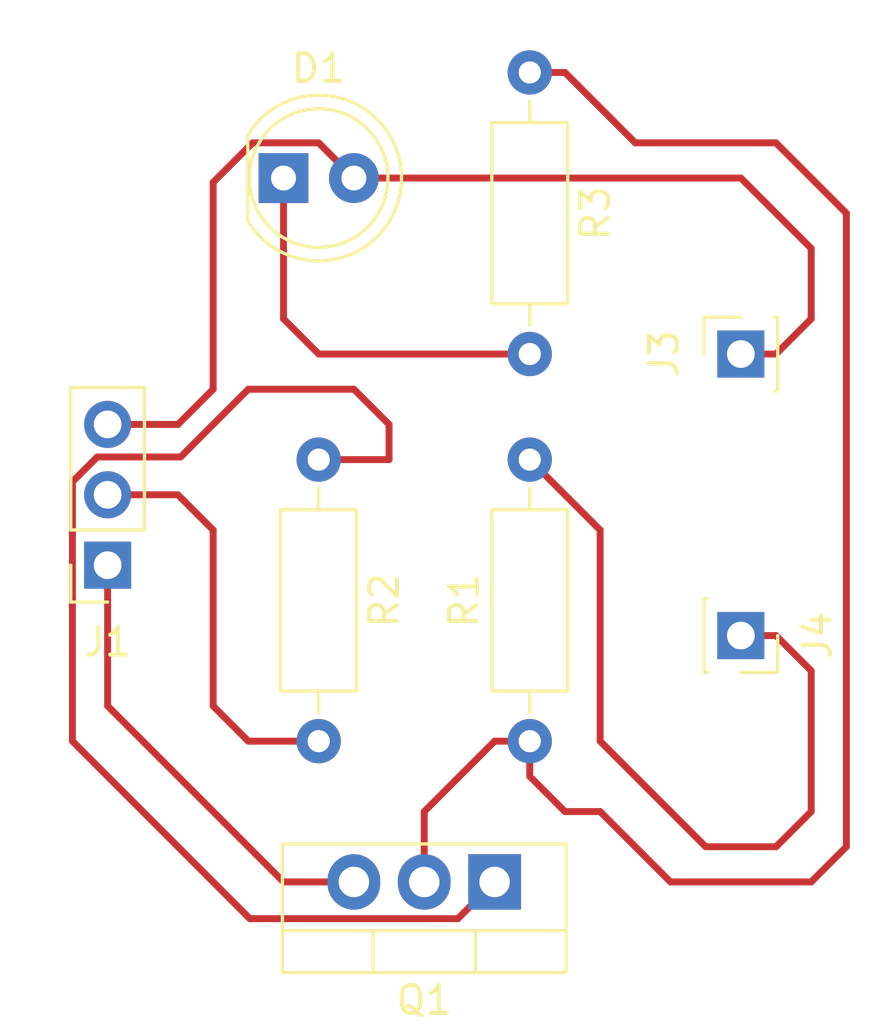
<source format=kicad_pcb>
(kicad_pcb (version 20171130) (host pcbnew "(5.1.8)-1")

  (general
    (thickness 1.6)
    (drawings 7)
    (tracks 56)
    (zones 0)
    (modules 8)
    (nets 8)
  )

  (page A4)
  (layers
    (0 F.Cu signal)
    (31 B.Cu signal)
    (32 B.Adhes user)
    (33 F.Adhes user)
    (34 B.Paste user)
    (35 F.Paste user)
    (36 B.SilkS user)
    (37 F.SilkS user)
    (38 B.Mask user)
    (39 F.Mask user)
    (40 Dwgs.User user)
    (41 Cmts.User user)
    (42 Eco1.User user)
    (43 Eco2.User user)
    (44 Edge.Cuts user)
    (45 Margin user)
    (46 B.CrtYd user)
    (47 F.CrtYd user)
    (48 B.Fab user)
    (49 F.Fab user)
  )

  (setup
    (last_trace_width 0.25)
    (trace_clearance 0.2)
    (zone_clearance 0.508)
    (zone_45_only no)
    (trace_min 0.2)
    (via_size 0.8)
    (via_drill 0.4)
    (via_min_size 0.4)
    (via_min_drill 0.3)
    (uvia_size 0.3)
    (uvia_drill 0.1)
    (uvias_allowed no)
    (uvia_min_size 0.2)
    (uvia_min_drill 0.1)
    (edge_width 0.05)
    (segment_width 0.2)
    (pcb_text_width 0.3)
    (pcb_text_size 1.5 1.5)
    (mod_edge_width 0.12)
    (mod_text_size 1 1)
    (mod_text_width 0.15)
    (pad_size 10.16 10.16)
    (pad_drill 6.1)
    (pad_to_mask_clearance 0)
    (aux_axis_origin 0 0)
    (visible_elements FFFFFF7F)
    (pcbplotparams
      (layerselection 0x010fc_ffffffff)
      (usegerberextensions false)
      (usegerberattributes true)
      (usegerberadvancedattributes true)
      (creategerberjobfile true)
      (excludeedgelayer true)
      (linewidth 0.100000)
      (plotframeref false)
      (viasonmask false)
      (mode 1)
      (useauxorigin false)
      (hpglpennumber 1)
      (hpglpenspeed 20)
      (hpglpendiameter 15.000000)
      (psnegative false)
      (psa4output false)
      (plotreference true)
      (plotvalue true)
      (plotinvisibletext false)
      (padsonsilk false)
      (subtractmaskfromsilk false)
      (outputformat 1)
      (mirror false)
      (drillshape 1)
      (scaleselection 1)
      (outputdirectory ""))
  )

  (net 0 "")
  (net 1 "Net-(D1-Pad1)")
  (net 2 "Net-(D1-Pad2)")
  (net 3 "Net-(J1-Pad1)")
  (net 4 "Net-(J1-Pad2)")
  (net 5 "Net-(J4-Pad1)")
  (net 6 "Net-(Q1-Pad1)")
  (net 7 "Net-(Q1-Pad2)")

  (net_class Default "This is the default net class."
    (clearance 0.2)
    (trace_width 0.25)
    (via_dia 0.8)
    (via_drill 0.4)
    (uvia_dia 0.3)
    (uvia_drill 0.1)
    (add_net "Net-(D1-Pad1)")
    (add_net "Net-(D1-Pad2)")
    (add_net "Net-(J1-Pad1)")
    (add_net "Net-(J1-Pad2)")
    (add_net "Net-(J4-Pad1)")
    (add_net "Net-(Q1-Pad1)")
    (add_net "Net-(Q1-Pad2)")
  )

  (module LED_THT:LED_D5.0mm (layer F.Cu) (tedit 5995936A) (tstamp 60152F31)
    (at 119.38 73.66)
    (descr "LED, diameter 5.0mm, 2 pins, http://cdn-reichelt.de/documents/datenblatt/A500/LL-504BC2E-009.pdf")
    (tags "LED diameter 5.0mm 2 pins")
    (path /6019350F)
    (fp_text reference D1 (at 1.27 -3.96) (layer F.SilkS)
      (effects (font (size 1 1) (thickness 0.15)))
    )
    (fp_text value LED (at 1.27 3.96) (layer F.Fab)
      (effects (font (size 1 1) (thickness 0.15)))
    )
    (fp_line (start 4.5 -3.25) (end -1.95 -3.25) (layer F.CrtYd) (width 0.05))
    (fp_line (start 4.5 3.25) (end 4.5 -3.25) (layer F.CrtYd) (width 0.05))
    (fp_line (start -1.95 3.25) (end 4.5 3.25) (layer F.CrtYd) (width 0.05))
    (fp_line (start -1.95 -3.25) (end -1.95 3.25) (layer F.CrtYd) (width 0.05))
    (fp_line (start -1.29 -1.545) (end -1.29 1.545) (layer F.SilkS) (width 0.12))
    (fp_line (start -1.23 -1.469694) (end -1.23 1.469694) (layer F.Fab) (width 0.1))
    (fp_circle (center 1.27 0) (end 3.77 0) (layer F.SilkS) (width 0.12))
    (fp_circle (center 1.27 0) (end 3.77 0) (layer F.Fab) (width 0.1))
    (fp_arc (start 1.27 0) (end -1.23 -1.469694) (angle 299.1) (layer F.Fab) (width 0.1))
    (fp_arc (start 1.27 0) (end -1.29 -1.54483) (angle 148.9) (layer F.SilkS) (width 0.12))
    (fp_arc (start 1.27 0) (end -1.29 1.54483) (angle -148.9) (layer F.SilkS) (width 0.12))
    (fp_text user %R (at 1.25 0) (layer F.Fab)
      (effects (font (size 0.8 0.8) (thickness 0.2)))
    )
    (pad 1 thru_hole rect (at 0 0) (size 1.8 1.8) (drill 0.9) (layers *.Cu *.Mask)
      (net 1 "Net-(D1-Pad1)"))
    (pad 2 thru_hole circle (at 2.54 0) (size 1.8 1.8) (drill 0.9) (layers *.Cu *.Mask)
      (net 2 "Net-(D1-Pad2)"))
    (model ${KISYS3DMOD}/LED_THT.3dshapes/LED_D5.0mm.wrl
      (at (xyz 0 0 0))
      (scale (xyz 1 1 1))
      (rotate (xyz 0 0 0))
    )
  )

  (module Package_TO_SOT_THT:TO-220-3_Vertical (layer F.Cu) (tedit 5AC8BA0D) (tstamp 60152F75)
    (at 127 99.06 180)
    (descr "TO-220-3, Vertical, RM 2.54mm, see https://www.vishay.com/docs/66542/to-220-1.pdf")
    (tags "TO-220-3 Vertical RM 2.54mm")
    (path /60199B13)
    (fp_text reference Q1 (at 2.54 -4.27) (layer F.SilkS)
      (effects (font (size 1 1) (thickness 0.15)))
    )
    (fp_text value BUZ11 (at 2.54 2.5) (layer F.Fab)
      (effects (font (size 1 1) (thickness 0.15)))
    )
    (fp_line (start 7.79 -3.4) (end -2.71 -3.4) (layer F.CrtYd) (width 0.05))
    (fp_line (start 7.79 1.51) (end 7.79 -3.4) (layer F.CrtYd) (width 0.05))
    (fp_line (start -2.71 1.51) (end 7.79 1.51) (layer F.CrtYd) (width 0.05))
    (fp_line (start -2.71 -3.4) (end -2.71 1.51) (layer F.CrtYd) (width 0.05))
    (fp_line (start 4.391 -3.27) (end 4.391 -1.76) (layer F.SilkS) (width 0.12))
    (fp_line (start 0.69 -3.27) (end 0.69 -1.76) (layer F.SilkS) (width 0.12))
    (fp_line (start -2.58 -1.76) (end 7.66 -1.76) (layer F.SilkS) (width 0.12))
    (fp_line (start 7.66 -3.27) (end 7.66 1.371) (layer F.SilkS) (width 0.12))
    (fp_line (start -2.58 -3.27) (end -2.58 1.371) (layer F.SilkS) (width 0.12))
    (fp_line (start -2.58 1.371) (end 7.66 1.371) (layer F.SilkS) (width 0.12))
    (fp_line (start -2.58 -3.27) (end 7.66 -3.27) (layer F.SilkS) (width 0.12))
    (fp_line (start 4.39 -3.15) (end 4.39 -1.88) (layer F.Fab) (width 0.1))
    (fp_line (start 0.69 -3.15) (end 0.69 -1.88) (layer F.Fab) (width 0.1))
    (fp_line (start -2.46 -1.88) (end 7.54 -1.88) (layer F.Fab) (width 0.1))
    (fp_line (start 7.54 -3.15) (end -2.46 -3.15) (layer F.Fab) (width 0.1))
    (fp_line (start 7.54 1.25) (end 7.54 -3.15) (layer F.Fab) (width 0.1))
    (fp_line (start -2.46 1.25) (end 7.54 1.25) (layer F.Fab) (width 0.1))
    (fp_line (start -2.46 -3.15) (end -2.46 1.25) (layer F.Fab) (width 0.1))
    (fp_text user %R (at 2.54 -4.27) (layer F.Fab)
      (effects (font (size 1 1) (thickness 0.15)))
    )
    (pad 1 thru_hole rect (at 0 0 180) (size 1.905 2) (drill 1.1) (layers *.Cu *.Mask)
      (net 6 "Net-(Q1-Pad1)"))
    (pad 2 thru_hole oval (at 2.54 0 180) (size 1.905 2) (drill 1.1) (layers *.Cu *.Mask)
      (net 7 "Net-(Q1-Pad2)"))
    (pad 3 thru_hole oval (at 5.08 0 180) (size 1.905 2) (drill 1.1) (layers *.Cu *.Mask)
      (net 3 "Net-(J1-Pad1)"))
    (model ${KISYS3DMOD}/Package_TO_SOT_THT.3dshapes/TO-220-3_Vertical.wrl
      (at (xyz 0 0 0))
      (scale (xyz 1 1 1))
      (rotate (xyz 0 0 0))
    )
  )

  (module Resistor_THT:R_Axial_DIN0207_L6.3mm_D2.5mm_P10.16mm_Horizontal (layer F.Cu) (tedit 5AE5139B) (tstamp 60152F8C)
    (at 128.27 93.98 90)
    (descr "Resistor, Axial_DIN0207 series, Axial, Horizontal, pin pitch=10.16mm, 0.25W = 1/4W, length*diameter=6.3*2.5mm^2, http://cdn-reichelt.de/documents/datenblatt/B400/1_4W%23YAG.pdf")
    (tags "Resistor Axial_DIN0207 series Axial Horizontal pin pitch 10.16mm 0.25W = 1/4W length 6.3mm diameter 2.5mm")
    (path /60111740)
    (fp_text reference R1 (at 5.08 -2.37 90) (layer F.SilkS)
      (effects (font (size 1 1) (thickness 0.15)))
    )
    (fp_text value 8 (at 5.08 2.37 90) (layer F.Fab)
      (effects (font (size 1 1) (thickness 0.15)))
    )
    (fp_line (start 11.21 -1.5) (end -1.05 -1.5) (layer F.CrtYd) (width 0.05))
    (fp_line (start 11.21 1.5) (end 11.21 -1.5) (layer F.CrtYd) (width 0.05))
    (fp_line (start -1.05 1.5) (end 11.21 1.5) (layer F.CrtYd) (width 0.05))
    (fp_line (start -1.05 -1.5) (end -1.05 1.5) (layer F.CrtYd) (width 0.05))
    (fp_line (start 9.12 0) (end 8.35 0) (layer F.SilkS) (width 0.12))
    (fp_line (start 1.04 0) (end 1.81 0) (layer F.SilkS) (width 0.12))
    (fp_line (start 8.35 -1.37) (end 1.81 -1.37) (layer F.SilkS) (width 0.12))
    (fp_line (start 8.35 1.37) (end 8.35 -1.37) (layer F.SilkS) (width 0.12))
    (fp_line (start 1.81 1.37) (end 8.35 1.37) (layer F.SilkS) (width 0.12))
    (fp_line (start 1.81 -1.37) (end 1.81 1.37) (layer F.SilkS) (width 0.12))
    (fp_line (start 10.16 0) (end 8.23 0) (layer F.Fab) (width 0.1))
    (fp_line (start 0 0) (end 1.93 0) (layer F.Fab) (width 0.1))
    (fp_line (start 8.23 -1.25) (end 1.93 -1.25) (layer F.Fab) (width 0.1))
    (fp_line (start 8.23 1.25) (end 8.23 -1.25) (layer F.Fab) (width 0.1))
    (fp_line (start 1.93 1.25) (end 8.23 1.25) (layer F.Fab) (width 0.1))
    (fp_line (start 1.93 -1.25) (end 1.93 1.25) (layer F.Fab) (width 0.1))
    (fp_text user %R (at 5.08 0 90) (layer F.Fab)
      (effects (font (size 1 1) (thickness 0.15)))
    )
    (pad 1 thru_hole circle (at 0 0 90) (size 1.6 1.6) (drill 0.8) (layers *.Cu *.Mask)
      (net 7 "Net-(Q1-Pad2)"))
    (pad 2 thru_hole oval (at 10.16 0 90) (size 1.6 1.6) (drill 0.8) (layers *.Cu *.Mask)
      (net 5 "Net-(J4-Pad1)"))
    (model ${KISYS3DMOD}/Resistor_THT.3dshapes/R_Axial_DIN0207_L6.3mm_D2.5mm_P10.16mm_Horizontal.wrl
      (at (xyz 0 0 0))
      (scale (xyz 1 1 1))
      (rotate (xyz 0 0 0))
    )
  )

  (module Resistor_THT:R_Axial_DIN0207_L6.3mm_D2.5mm_P10.16mm_Horizontal (layer F.Cu) (tedit 5AE5139B) (tstamp 60152FA3)
    (at 120.65 83.82 270)
    (descr "Resistor, Axial_DIN0207 series, Axial, Horizontal, pin pitch=10.16mm, 0.25W = 1/4W, length*diameter=6.3*2.5mm^2, http://cdn-reichelt.de/documents/datenblatt/B400/1_4W%23YAG.pdf")
    (tags "Resistor Axial_DIN0207 series Axial Horizontal pin pitch 10.16mm 0.25W = 1/4W length 6.3mm diameter 2.5mm")
    (path /601906AE)
    (fp_text reference R2 (at 5.08 -2.37 90) (layer F.SilkS)
      (effects (font (size 1 1) (thickness 0.15)))
    )
    (fp_text value 68 (at 5.08 2.37 90) (layer F.Fab)
      (effects (font (size 1 1) (thickness 0.15)))
    )
    (fp_text user %R (at 5.08 0 90) (layer F.Fab)
      (effects (font (size 1 1) (thickness 0.15)))
    )
    (fp_line (start 1.93 -1.25) (end 1.93 1.25) (layer F.Fab) (width 0.1))
    (fp_line (start 1.93 1.25) (end 8.23 1.25) (layer F.Fab) (width 0.1))
    (fp_line (start 8.23 1.25) (end 8.23 -1.25) (layer F.Fab) (width 0.1))
    (fp_line (start 8.23 -1.25) (end 1.93 -1.25) (layer F.Fab) (width 0.1))
    (fp_line (start 0 0) (end 1.93 0) (layer F.Fab) (width 0.1))
    (fp_line (start 10.16 0) (end 8.23 0) (layer F.Fab) (width 0.1))
    (fp_line (start 1.81 -1.37) (end 1.81 1.37) (layer F.SilkS) (width 0.12))
    (fp_line (start 1.81 1.37) (end 8.35 1.37) (layer F.SilkS) (width 0.12))
    (fp_line (start 8.35 1.37) (end 8.35 -1.37) (layer F.SilkS) (width 0.12))
    (fp_line (start 8.35 -1.37) (end 1.81 -1.37) (layer F.SilkS) (width 0.12))
    (fp_line (start 1.04 0) (end 1.81 0) (layer F.SilkS) (width 0.12))
    (fp_line (start 9.12 0) (end 8.35 0) (layer F.SilkS) (width 0.12))
    (fp_line (start -1.05 -1.5) (end -1.05 1.5) (layer F.CrtYd) (width 0.05))
    (fp_line (start -1.05 1.5) (end 11.21 1.5) (layer F.CrtYd) (width 0.05))
    (fp_line (start 11.21 1.5) (end 11.21 -1.5) (layer F.CrtYd) (width 0.05))
    (fp_line (start 11.21 -1.5) (end -1.05 -1.5) (layer F.CrtYd) (width 0.05))
    (pad 2 thru_hole oval (at 10.16 0 270) (size 1.6 1.6) (drill 0.8) (layers *.Cu *.Mask)
      (net 4 "Net-(J1-Pad2)"))
    (pad 1 thru_hole circle (at 0 0 270) (size 1.6 1.6) (drill 0.8) (layers *.Cu *.Mask)
      (net 6 "Net-(Q1-Pad1)"))
    (model ${KISYS3DMOD}/Resistor_THT.3dshapes/R_Axial_DIN0207_L6.3mm_D2.5mm_P10.16mm_Horizontal.wrl
      (at (xyz 0 0 0))
      (scale (xyz 1 1 1))
      (rotate (xyz 0 0 0))
    )
  )

  (module Resistor_THT:R_Axial_DIN0207_L6.3mm_D2.5mm_P10.16mm_Horizontal (layer F.Cu) (tedit 5AE5139B) (tstamp 60152FBA)
    (at 128.27 69.85 270)
    (descr "Resistor, Axial_DIN0207 series, Axial, Horizontal, pin pitch=10.16mm, 0.25W = 1/4W, length*diameter=6.3*2.5mm^2, http://cdn-reichelt.de/documents/datenblatt/B400/1_4W%23YAG.pdf")
    (tags "Resistor Axial_DIN0207 series Axial Horizontal pin pitch 10.16mm 0.25W = 1/4W length 6.3mm diameter 2.5mm")
    (path /601959D9)
    (fp_text reference R3 (at 5.08 -2.37 90) (layer F.SilkS)
      (effects (font (size 1 1) (thickness 0.15)))
    )
    (fp_text value 1000 (at 5.08 2.37 90) (layer F.Fab)
      (effects (font (size 1 1) (thickness 0.15)))
    )
    (fp_line (start 11.21 -1.5) (end -1.05 -1.5) (layer F.CrtYd) (width 0.05))
    (fp_line (start 11.21 1.5) (end 11.21 -1.5) (layer F.CrtYd) (width 0.05))
    (fp_line (start -1.05 1.5) (end 11.21 1.5) (layer F.CrtYd) (width 0.05))
    (fp_line (start -1.05 -1.5) (end -1.05 1.5) (layer F.CrtYd) (width 0.05))
    (fp_line (start 9.12 0) (end 8.35 0) (layer F.SilkS) (width 0.12))
    (fp_line (start 1.04 0) (end 1.81 0) (layer F.SilkS) (width 0.12))
    (fp_line (start 8.35 -1.37) (end 1.81 -1.37) (layer F.SilkS) (width 0.12))
    (fp_line (start 8.35 1.37) (end 8.35 -1.37) (layer F.SilkS) (width 0.12))
    (fp_line (start 1.81 1.37) (end 8.35 1.37) (layer F.SilkS) (width 0.12))
    (fp_line (start 1.81 -1.37) (end 1.81 1.37) (layer F.SilkS) (width 0.12))
    (fp_line (start 10.16 0) (end 8.23 0) (layer F.Fab) (width 0.1))
    (fp_line (start 0 0) (end 1.93 0) (layer F.Fab) (width 0.1))
    (fp_line (start 8.23 -1.25) (end 1.93 -1.25) (layer F.Fab) (width 0.1))
    (fp_line (start 8.23 1.25) (end 8.23 -1.25) (layer F.Fab) (width 0.1))
    (fp_line (start 1.93 1.25) (end 8.23 1.25) (layer F.Fab) (width 0.1))
    (fp_line (start 1.93 -1.25) (end 1.93 1.25) (layer F.Fab) (width 0.1))
    (fp_text user %R (at 5.08 0 90) (layer F.Fab)
      (effects (font (size 1 1) (thickness 0.15)))
    )
    (pad 1 thru_hole circle (at 0 0 270) (size 1.6 1.6) (drill 0.8) (layers *.Cu *.Mask)
      (net 7 "Net-(Q1-Pad2)"))
    (pad 2 thru_hole oval (at 10.16 0 270) (size 1.6 1.6) (drill 0.8) (layers *.Cu *.Mask)
      (net 1 "Net-(D1-Pad1)"))
    (model ${KISYS3DMOD}/Resistor_THT.3dshapes/R_Axial_DIN0207_L6.3mm_D2.5mm_P10.16mm_Horizontal.wrl
      (at (xyz 0 0 0))
      (scale (xyz 1 1 1))
      (rotate (xyz 0 0 0))
    )
  )

  (module Connector_PinSocket_2.54mm:PinSocket_1x03_P2.54mm_Vertical (layer F.Cu) (tedit 5A19A429) (tstamp 601682FF)
    (at 113.03 87.63 180)
    (descr "Through hole straight socket strip, 1x03, 2.54mm pitch, single row (from Kicad 4.0.7), script generated")
    (tags "Through hole socket strip THT 1x03 2.54mm single row")
    (path /601B0146)
    (fp_text reference J1 (at 0 -2.77) (layer F.SilkS)
      (effects (font (size 1 1) (thickness 0.15)))
    )
    (fp_text value Screw_Terminal_01x03 (at -2.54 11.43 90) (layer F.Fab)
      (effects (font (size 1 1) (thickness 0.15)))
    )
    (fp_line (start -1.8 6.85) (end -1.8 -1.8) (layer F.CrtYd) (width 0.05))
    (fp_line (start 1.75 6.85) (end -1.8 6.85) (layer F.CrtYd) (width 0.05))
    (fp_line (start 1.75 -1.8) (end 1.75 6.85) (layer F.CrtYd) (width 0.05))
    (fp_line (start -1.8 -1.8) (end 1.75 -1.8) (layer F.CrtYd) (width 0.05))
    (fp_line (start 0 -1.33) (end 1.33 -1.33) (layer F.SilkS) (width 0.12))
    (fp_line (start 1.33 -1.33) (end 1.33 0) (layer F.SilkS) (width 0.12))
    (fp_line (start 1.33 1.27) (end 1.33 6.41) (layer F.SilkS) (width 0.12))
    (fp_line (start -1.33 6.41) (end 1.33 6.41) (layer F.SilkS) (width 0.12))
    (fp_line (start -1.33 1.27) (end -1.33 6.41) (layer F.SilkS) (width 0.12))
    (fp_line (start -1.33 1.27) (end 1.33 1.27) (layer F.SilkS) (width 0.12))
    (fp_line (start -1.27 6.35) (end -1.27 -1.27) (layer F.Fab) (width 0.1))
    (fp_line (start 1.27 6.35) (end -1.27 6.35) (layer F.Fab) (width 0.1))
    (fp_line (start 1.27 -0.635) (end 1.27 6.35) (layer F.Fab) (width 0.1))
    (fp_line (start 0.635 -1.27) (end 1.27 -0.635) (layer F.Fab) (width 0.1))
    (fp_line (start -1.27 -1.27) (end 0.635 -1.27) (layer F.Fab) (width 0.1))
    (fp_text user %R (at 0 2.54 90) (layer F.Fab)
      (effects (font (size 1 1) (thickness 0.15)))
    )
    (pad 1 thru_hole rect (at 0 0 180) (size 1.7 1.7) (drill 1) (layers *.Cu *.Mask)
      (net 3 "Net-(J1-Pad1)"))
    (pad 2 thru_hole oval (at 0 2.54 180) (size 1.7 1.7) (drill 1) (layers *.Cu *.Mask)
      (net 4 "Net-(J1-Pad2)"))
    (pad 3 thru_hole oval (at 0 5.08 180) (size 1.7 1.7) (drill 1) (layers *.Cu *.Mask)
      (net 2 "Net-(D1-Pad2)"))
    (model ${KISYS3DMOD}/Connector_PinSocket_2.54mm.3dshapes/PinSocket_1x03_P2.54mm_Vertical.wrl
      (at (xyz 0 0 0))
      (scale (xyz 1 1 1))
      (rotate (xyz 0 0 0))
    )
  )

  (module Connector_PinSocket_2.54mm:PinSocket_1x01_P2.54mm_Vertical (layer F.Cu) (tedit 5A19A434) (tstamp 60168315)
    (at 135.89 80.01 90)
    (descr "Through hole straight socket strip, 1x01, 2.54mm pitch, single row (from Kicad 4.0.7), script generated")
    (tags "Through hole socket strip THT 1x01 2.54mm single row")
    (path /6018A2FD)
    (fp_text reference J3 (at 0 -2.77 90) (layer F.SilkS)
      (effects (font (size 1 1) (thickness 0.15)))
    )
    (fp_text value Screw_Terminal_01x01 (at 0 2.77 90) (layer F.Fab)
      (effects (font (size 1 1) (thickness 0.15)))
    )
    (fp_line (start -1.8 1.75) (end -1.8 -1.8) (layer F.CrtYd) (width 0.05))
    (fp_line (start 1.75 1.75) (end -1.8 1.75) (layer F.CrtYd) (width 0.05))
    (fp_line (start 1.75 -1.8) (end 1.75 1.75) (layer F.CrtYd) (width 0.05))
    (fp_line (start -1.8 -1.8) (end 1.75 -1.8) (layer F.CrtYd) (width 0.05))
    (fp_line (start 0 -1.33) (end 1.33 -1.33) (layer F.SilkS) (width 0.12))
    (fp_line (start 1.33 -1.33) (end 1.33 0) (layer F.SilkS) (width 0.12))
    (fp_line (start 1.33 1.21) (end 1.33 1.33) (layer F.SilkS) (width 0.12))
    (fp_line (start -1.33 1.21) (end -1.33 1.33) (layer F.SilkS) (width 0.12))
    (fp_line (start -1.33 1.33) (end 1.33 1.33) (layer F.SilkS) (width 0.12))
    (fp_line (start -1.27 1.27) (end -1.27 -1.27) (layer F.Fab) (width 0.1))
    (fp_line (start 1.27 1.27) (end -1.27 1.27) (layer F.Fab) (width 0.1))
    (fp_line (start 1.27 -0.635) (end 1.27 1.27) (layer F.Fab) (width 0.1))
    (fp_line (start 0.635 -1.27) (end 1.27 -0.635) (layer F.Fab) (width 0.1))
    (fp_line (start -1.27 -1.27) (end 0.635 -1.27) (layer F.Fab) (width 0.1))
    (fp_text user %R (at 0 0 90) (layer F.Fab)
      (effects (font (size 1 1) (thickness 0.15)))
    )
    (pad 1 thru_hole rect (at 0 0 90) (size 1.7 1.7) (drill 1) (layers *.Cu *.Mask)
      (net 2 "Net-(D1-Pad2)"))
    (model ${KISYS3DMOD}/Connector_PinSocket_2.54mm.3dshapes/PinSocket_1x01_P2.54mm_Vertical.wrl
      (at (xyz 0 0 0))
      (scale (xyz 1 1 1))
      (rotate (xyz 0 0 0))
    )
  )

  (module Connector_PinSocket_2.54mm:PinSocket_1x01_P2.54mm_Vertical (layer F.Cu) (tedit 5A19A434) (tstamp 60168328)
    (at 135.89 90.17 270)
    (descr "Through hole straight socket strip, 1x01, 2.54mm pitch, single row (from Kicad 4.0.7), script generated")
    (tags "Through hole socket strip THT 1x01 2.54mm single row")
    (path /6018AD67)
    (fp_text reference J4 (at 0 -2.77 90) (layer F.SilkS)
      (effects (font (size 1 1) (thickness 0.15)))
    )
    (fp_text value Screw_Terminal_01x01 (at 0 2.77 90) (layer F.Fab)
      (effects (font (size 1 1) (thickness 0.15)))
    )
    (fp_text user %R (at 0 0 90) (layer F.Fab)
      (effects (font (size 1 1) (thickness 0.15)))
    )
    (fp_line (start -1.27 -1.27) (end 0.635 -1.27) (layer F.Fab) (width 0.1))
    (fp_line (start 0.635 -1.27) (end 1.27 -0.635) (layer F.Fab) (width 0.1))
    (fp_line (start 1.27 -0.635) (end 1.27 1.27) (layer F.Fab) (width 0.1))
    (fp_line (start 1.27 1.27) (end -1.27 1.27) (layer F.Fab) (width 0.1))
    (fp_line (start -1.27 1.27) (end -1.27 -1.27) (layer F.Fab) (width 0.1))
    (fp_line (start -1.33 1.33) (end 1.33 1.33) (layer F.SilkS) (width 0.12))
    (fp_line (start -1.33 1.21) (end -1.33 1.33) (layer F.SilkS) (width 0.12))
    (fp_line (start 1.33 1.21) (end 1.33 1.33) (layer F.SilkS) (width 0.12))
    (fp_line (start 1.33 -1.33) (end 1.33 0) (layer F.SilkS) (width 0.12))
    (fp_line (start 0 -1.33) (end 1.33 -1.33) (layer F.SilkS) (width 0.12))
    (fp_line (start -1.8 -1.8) (end 1.75 -1.8) (layer F.CrtYd) (width 0.05))
    (fp_line (start 1.75 -1.8) (end 1.75 1.75) (layer F.CrtYd) (width 0.05))
    (fp_line (start 1.75 1.75) (end -1.8 1.75) (layer F.CrtYd) (width 0.05))
    (fp_line (start -1.8 1.75) (end -1.8 -1.8) (layer F.CrtYd) (width 0.05))
    (pad 1 thru_hole rect (at 0 0 270) (size 1.7 1.7) (drill 1) (layers *.Cu *.Mask)
      (net 5 "Net-(J4-Pad1)"))
    (model ${KISYS3DMOD}/Connector_PinSocket_2.54mm.3dshapes/PinSocket_1x01_P2.54mm_Vertical.wrl
      (at (xyz 0 0 0))
      (scale (xyz 1 1 1))
      (rotate (xyz 0 0 0))
    )
  )

  (gr_line (start 109.22 104.14) (end 110.49 104.14) (layer Dwgs.User) (width 0.15) (tstamp 601780FD))
  (gr_line (start 109.22 67.31) (end 109.22 104.14) (layer Dwgs.User) (width 0.15))
  (gr_line (start 110.49 67.31) (end 109.22 67.31) (layer Dwgs.User) (width 0.15))
  (gr_line (start 140.97 104.14) (end 140.97 102.87) (layer Dwgs.User) (width 0.15) (tstamp 60173CBA))
  (gr_line (start 110.49 104.14) (end 140.97 104.14) (layer Dwgs.User) (width 0.15))
  (gr_line (start 140.97 67.31) (end 140.97 102.87) (layer Dwgs.User) (width 0.15))
  (gr_line (start 110.49 67.31) (end 140.97 67.31) (layer Dwgs.User) (width 0.15))

  (segment (start 119.38 73.66) (end 119.38 78.74) (width 0.25) (layer F.Cu) (net 1))
  (segment (start 120.65 80.01) (end 128.27 80.01) (width 0.25) (layer F.Cu) (net 1))
  (segment (start 119.38 78.74) (end 120.65 80.01) (width 0.25) (layer F.Cu) (net 1))
  (segment (start 121.92 73.66) (end 120.65 72.39) (width 0.25) (layer F.Cu) (net 2))
  (segment (start 118.264998 72.39) (end 116.84 73.814998) (width 0.25) (layer F.Cu) (net 2))
  (segment (start 120.65 72.39) (end 118.264998 72.39) (width 0.25) (layer F.Cu) (net 2))
  (segment (start 116.84 73.814998) (end 116.84 81.28) (width 0.25) (layer F.Cu) (net 2))
  (segment (start 121.92 73.66) (end 135.89 73.66) (width 0.25) (layer F.Cu) (net 2))
  (segment (start 135.89 73.66) (end 138.43 76.2) (width 0.25) (layer F.Cu) (net 2))
  (segment (start 138.43 76.2) (end 138.43 78.74) (width 0.25) (layer F.Cu) (net 2))
  (segment (start 138.43 78.74) (end 137.16 80.01) (width 0.25) (layer F.Cu) (net 2))
  (segment (start 137.16 80.01) (end 135.89 80.01) (width 0.25) (layer F.Cu) (net 2))
  (segment (start 116.84 81.28) (end 115.57 82.55) (width 0.25) (layer F.Cu) (net 2))
  (segment (start 115.57 82.55) (end 113.03 82.55) (width 0.25) (layer F.Cu) (net 2))
  (segment (start 119.38 99.06) (end 113.03 92.71) (width 0.25) (layer F.Cu) (net 3))
  (segment (start 121.92 99.06) (end 119.38 99.06) (width 0.25) (layer F.Cu) (net 3))
  (segment (start 113.03 87.63) (end 113.03 92.71) (width 0.25) (layer F.Cu) (net 3))
  (segment (start 118.11 93.98) (end 120.65 93.98) (width 0.25) (layer F.Cu) (net 4))
  (segment (start 116.84 92.71) (end 118.11 93.98) (width 0.25) (layer F.Cu) (net 4))
  (segment (start 116.84 86.36) (end 116.84 92.71) (width 0.25) (layer F.Cu) (net 4))
  (segment (start 115.57 85.09) (end 116.84 86.36) (width 0.25) (layer F.Cu) (net 4))
  (segment (start 113.03 85.09) (end 115.57 85.09) (width 0.25) (layer F.Cu) (net 4))
  (segment (start 137.16 90.17) (end 135.89 90.17) (width 0.25) (layer F.Cu) (net 5))
  (segment (start 138.43 91.44) (end 137.16 90.17) (width 0.25) (layer F.Cu) (net 5))
  (segment (start 138.43 96.52) (end 138.43 91.44) (width 0.25) (layer F.Cu) (net 5))
  (segment (start 137.16 97.79) (end 138.43 96.52) (width 0.25) (layer F.Cu) (net 5))
  (segment (start 130.81 93.98) (end 134.62 97.79) (width 0.25) (layer F.Cu) (net 5))
  (segment (start 134.62 97.79) (end 137.16 97.79) (width 0.25) (layer F.Cu) (net 5))
  (segment (start 130.81 86.36) (end 130.81 93.98) (width 0.25) (layer F.Cu) (net 5))
  (segment (start 128.27 83.82) (end 130.81 86.36) (width 0.25) (layer F.Cu) (net 5))
  (segment (start 127.394999 98.665001) (end 127 99.06) (width 0.25) (layer F.Cu) (net 6))
  (segment (start 123.19 83.82) (end 120.65 83.82) (width 0.25) (layer F.Cu) (net 6))
  (segment (start 121.92 81.28) (end 123.19 82.55) (width 0.25) (layer F.Cu) (net 6))
  (segment (start 118.11 81.28) (end 121.92 81.28) (width 0.25) (layer F.Cu) (net 6))
  (segment (start 115.664999 83.725001) (end 118.11 81.28) (width 0.25) (layer F.Cu) (net 6))
  (segment (start 111.76 84.620998) (end 112.655997 83.725001) (width 0.25) (layer F.Cu) (net 6))
  (segment (start 111.76 93.98) (end 111.76 84.620998) (width 0.25) (layer F.Cu) (net 6))
  (segment (start 118.16501 100.38501) (end 111.76 93.98) (width 0.25) (layer F.Cu) (net 6))
  (segment (start 123.19 82.55) (end 123.19 83.82) (width 0.25) (layer F.Cu) (net 6))
  (segment (start 112.655997 83.725001) (end 115.664999 83.725001) (width 0.25) (layer F.Cu) (net 6))
  (segment (start 125.67499 100.38501) (end 118.16501 100.38501) (width 0.25) (layer F.Cu) (net 6))
  (segment (start 127 99.06) (end 125.67499 100.38501) (width 0.25) (layer F.Cu) (net 6))
  (segment (start 127 93.98) (end 128.27 93.98) (width 0.25) (layer F.Cu) (net 7))
  (segment (start 124.46 96.52) (end 124.46 99.06) (width 0.25) (layer F.Cu) (net 7))
  (segment (start 127 93.98) (end 124.46 96.52) (width 0.25) (layer F.Cu) (net 7))
  (segment (start 128.27 69.85) (end 129.54 69.85) (width 0.25) (layer F.Cu) (net 7))
  (segment (start 129.54 69.85) (end 132.08 72.39) (width 0.25) (layer F.Cu) (net 7))
  (segment (start 132.08 72.39) (end 137.16 72.39) (width 0.25) (layer F.Cu) (net 7))
  (segment (start 137.16 72.39) (end 139.7 74.93) (width 0.25) (layer F.Cu) (net 7))
  (segment (start 139.7 74.93) (end 139.7 97.79) (width 0.25) (layer F.Cu) (net 7))
  (segment (start 139.7 97.79) (end 138.43 99.06) (width 0.25) (layer F.Cu) (net 7))
  (segment (start 138.43 99.06) (end 133.35 99.06) (width 0.25) (layer F.Cu) (net 7))
  (segment (start 133.35 99.06) (end 130.81 96.52) (width 0.25) (layer F.Cu) (net 7))
  (segment (start 130.81 96.52) (end 129.54 96.52) (width 0.25) (layer F.Cu) (net 7))
  (segment (start 128.27 95.25) (end 128.27 93.98) (width 0.25) (layer F.Cu) (net 7))
  (segment (start 129.54 96.52) (end 128.27 95.25) (width 0.25) (layer F.Cu) (net 7))

)

</source>
